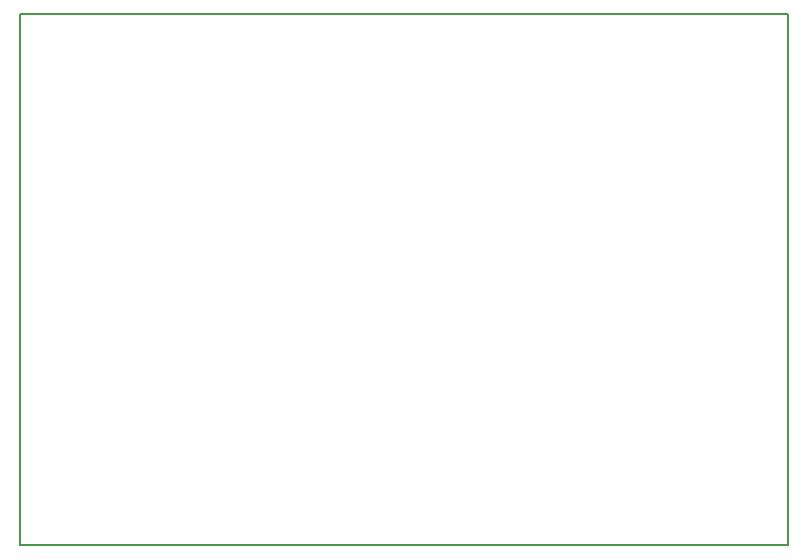
<source format=gm1>
G04 MADE WITH FRITZING*
G04 WWW.FRITZING.ORG*
G04 DOUBLE SIDED*
G04 HOLES PLATED*
G04 CONTOUR ON CENTER OF CONTOUR VECTOR*
%ASAXBY*%
%FSLAX23Y23*%
%MOIN*%
%OFA0B0*%
%SFA1.0B1.0*%
%ADD10R,2.565010X1.779480*%
%ADD11C,0.008000*%
%ADD10C,0.008*%
%LNCONTOUR*%
G90*
G70*
G54D10*
G54D11*
X4Y1775D02*
X2561Y1775D01*
X2561Y4D01*
X4Y4D01*
X4Y1775D01*
D02*
G04 End of contour*
M02*
</source>
